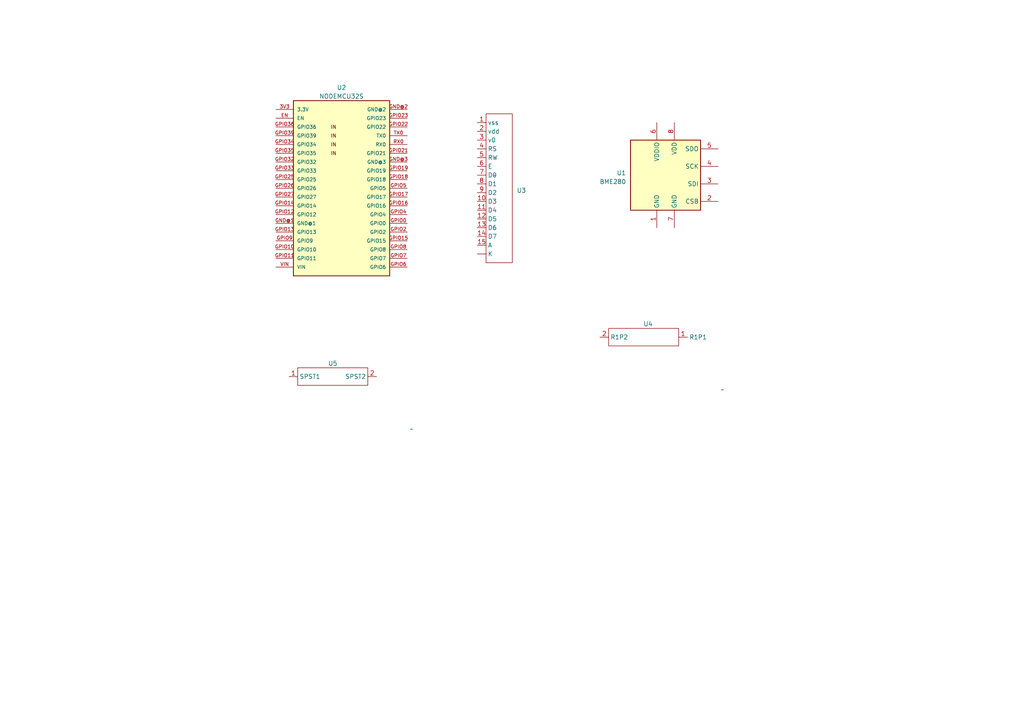
<source format=kicad_sch>
(kicad_sch (version 20230121) (generator eeschema)
  (paper "A4")
  (title_block (title "Mobile Altimeter"))
  (lib_symbols
    (symbol "NODEMCU32S:NODEMCU32S" (pin_names (offset 1.016))
      (property "Reference" "U" (at -12.7 22.86 0))
      (property "Value" "NODEMCU32S" (at -12.7 -30.48 0))
      (symbol "NODEMCU32S_0_0"
        (rectangle (start -12.7 -27.94) (end 15.24 22.86) (stroke (width 0.254)) (fill (type background)))
        (text "IN" (at -1.905 7.62 0) (effects (font (size 1.016 1.016)) (justify left)))
        (text "IN" (at -1.905 10.16 0) (effects (font (size 1.016 1.016)) (justify left)))
        (text "IN" (at -1.905 12.7 0) (effects (font (size 1.016 1.016)) (justify left)))
        (text "IN" (at -1.905 15.24 0) (effects (font (size 1.016 1.016)) (justify left)))
        (pin bidirectional line (at -17.78 20.32 0) (length 5.08) (name "3.3V") (number "3V3"))
        (pin bidirectional line (at -17.78 17.78 0) (length 5.08) (name "EN") (number "EN"))
        (pin bidirectional line (at -17.78 -12.7 0) (length 5.08) (name "GND@1") (number "GND@1"))
        (pin bidirectional line (at 20.32 20.32 180) (length 5.08) (name "GND@2") (number "GND@2"))
        (pin bidirectional line (at 20.32 5.08 180) (length 5.08) (name "GND@3") (number "GND@3"))
        (pin bidirectional line (at 20.32 -12.7 180) (length 5.08) (name "GPIO0") (number "GPIO0"))
        (pin bidirectional line (at -17.78 -20.32 0) (length 5.08) (name "GPIO10") (number "GPIO10"))
        (pin bidirectional line (at -17.78 -22.86 0) (length 5.08) (name "GPIO11") (number "GPIO11"))
        (pin bidirectional line (at -17.78 -10.16 0) (length 5.08) (name "GPIO12") (number "GPIO12"))
        (pin bidirectional line (at -17.78 -15.24 0) (length 5.08) (name "GPIO13") (number "GPIO13"))
        (pin bidirectional line (at -17.78 -7.62 0) (length 5.08) (name "GPIO14") (number "GPIO14"))
        (pin bidirectional line (at 20.32 -17.78 180) (length 5.08) (name "GPIO15") (number "GPIO15"))
        (pin bidirectional line (at 20.32 -7.62 180) (length 5.08) (name "GPIO16") (number "GPIO16"))
        (pin bidirectional line (at 20.32 -5.08 180) (length 5.08) (name "GPIO17") (number "GPIO17"))
        (pin bidirectional line (at 20.32 0 180) (length 5.08) (name "GPIO18") (number "GPIO18"))
        (pin bidirectional line (at 20.32 2.54 180) (length 5.08) (name "GPIO19") (number "GPIO19"))
        (pin bidirectional line (at 20.32 -15.24 180) (length 5.08) (name "GPIO2") (number "GPIO2"))
        (pin bidirectional line (at 20.32 7.62 180) (length 5.08) (name "GPIO21") (number "GPIO21"))
        (pin bidirectional line (at 20.32 15.24 180) (length 5.08) (name "GPIO22") (number "GPIO22"))
        (pin bidirectional line (at 20.32 17.78 180) (length 5.08) (name "GPIO23") (number "GPIO23"))
        (pin bidirectional line (at -17.78 0 0) (length 5.08) (name "GPIO25") (number "GPIO25"))
        (pin bidirectional line (at -17.78 -2.54 0) (length 5.08) (name "GPIO26") (number "GPIO26"))
        (pin bidirectional line (at -17.78 -5.08 0) (length 5.08) (name "GPIO27") (number "GPIO27"))
        (pin bidirectional line (at -17.78 5.08 0) (length 5.08) (name "GPIO32") (number "GPIO32"))
        (pin bidirectional line (at -17.78 2.54 0) (length 5.08) (name "GPIO33") (number "GPIO33"))
        (pin input line (at -17.78 10.16 0) (length 5.08) (name "GPIO34") (number "GPIO34"))
        (pin input line (at -17.78 7.62 0) (length 5.08) (name "GPIO35") (number "GPIO35"))
        (pin input line (at -17.78 15.24 0) (length 5.08) (name "GPIO36") (number "GPIO36"))
        (pin input line (at -17.78 12.7 0) (length 5.08) (name "GPIO39") (number "GPIO39"))
        (pin bidirectional line (at 20.32 -10.16 180) (length 5.08) (name "GPIO4") (number "GPIO4"))
        (pin bidirectional line (at 20.32 -2.54 180) (length 5.08) (name "GPIO5") (number "GPIO5"))
        (pin bidirectional line (at 20.32 -25.4 180) (length 5.08) (name "GPIO6") (number "GPIO6"))
        (pin bidirectional line (at 20.32 -22.86 180) (length 5.08) (name "GPIO7") (number "GPIO7"))
        (pin bidirectional line (at 20.32 -20.32 180) (length 5.08) (name "GPIO8") (number "GPIO8"))
        (pin bidirectional line (at -17.78 -17.78 0) (length 5.08) (name "GPIO9") (number "GPIO9"))
        (pin bidirectional line (at 20.32 10.16 180) (length 5.08) (name "RX0") (number "RX0"))
        (pin bidirectional line (at 20.32 12.7 180) (length 5.08) (name "TX0") (number "TX0"))
        (pin bidirectional line (at -17.78 -25.4 0) (length 5.08) (name "VIN") (number "VIN"))
      )
    )
    (symbol "New_Library:1602_LCD"
      (property "Reference" "U" (at 0 11.43 0))
      (symbol "1602_LCD_1_1"
        (rectangle (start -2.54 17.78) (end 5.08 -25.4))
        (pin input line (at -5.08 -22.86 0) (length 2.54) (name "K") (number ""))
        (pin input line (at -5.08 15.24 0) (length 2.54) (name "vss") (number "1"))
        (pin input line (at -5.08 -7.62 0) (length 2.54) (name "D3") (number "10"))
        (pin input line (at -5.08 -10.16 0) (length 2.54) (name "D4") (number "11"))
        (pin input line (at -5.08 -12.7 0) (length 2.54) (name "D5") (number "12"))
        (pin input line (at -5.08 -15.24 0) (length 2.54) (name "D6") (number "13"))
        (pin input line (at -5.08 -17.78 0) (length 2.54) (name "D7") (number "14"))
        (pin input line (at -5.08 -20.32 0) (length 2.54) (name "A") (number "15"))
        (pin input line (at -5.08 12.7 0) (length 2.54) (name "vdd") (number "2"))
        (pin input line (at -5.08 10.16 0) (length 2.54) (name "v0") (number "3"))
        (pin input line (at -5.08 7.62 0) (length 2.54) (name "RS") (number "4"))
        (pin input line (at -5.08 5.08 0) (length 2.54) (name "RW") (number "5"))
        (pin input line (at -5.08 2.54 0) (length 2.54) (name "E") (number "6"))
        (pin input line (at -5.08 0 0) (length 2.54) (name "D0") (number "7"))
        (pin input line (at -5.08 -2.54 0) (length 2.54) (name "D1") (number "8"))
        (pin input line (at -5.08 -5.08 0) (length 2.54) (name "D2") (number "9"))
      )
    )
    (symbol "New_Library:pushbutton_1"
      (property "Reference" "U" (at 0 11.43 0))
      (symbol "pushbutton_1_1_1"
        (rectangle (start -33.02 17.78) (end -12.7 12.7))
        (pin passive line (at -35.56 15.24 0) (length 2.54) (name "SPST1") (number "1"))
        (pin passive line (at -10.16 15.24 180) (length 2.54) (name "SPST2") (number "2"))
      )
    )
    (symbol "New_Library:resistor_1"
      (property "Reference" "U" (at 0 11.43 0))
      (symbol "resistor_1_1_1"
        (rectangle (start -33.02 17.78) (end -12.7 12.7))
        (pin input line (at -12.7 15.24 0) (length 2.54) (name "R1P1") (number "1"))
        (pin input line (at -35.56 15.24 0) (length 2.54) (name "R1P2") (number "2"))
      )
    )
    (symbol "Sensor:BME280"
      (property "Reference" "U" (at -8.89 11.43 0))
      (property "Value" "BME280" (at 7.62 11.43 0))
      (symbol "BME280_0_1"
        (rectangle (start -10.16 10.16) (end 10.16 -10.16) (stroke (width 0.254)) (fill (type background)))
      )
      (symbol "BME280_1_1"
        (pin power_in line (at -2.54 -15.24 90) (length 5.08) (name "GND") (number "1"))
        (pin input line (at 15.24 -7.62 180) (length 5.08) (name "CSB") (number "2"))
        (pin bidirectional line (at 15.24 -2.54 180) (length 5.08) (name "SDI") (number "3"))
        (pin input line (at 15.24 2.54 180) (length 5.08) (name "SCK") (number "4"))
        (pin bidirectional line (at 15.24 7.62 180) (length 5.08) (name "SDO") (number "5"))
        (pin power_in line (at -2.54 15.24 270) (length 5.08) (name "VDDIO") (number "6"))
        (pin power_in line (at 2.54 -15.24 90) (length 5.08) (name "GND") (number "7"))
        (pin power_in line (at 2.54 15.24 270) (length 5.08) (name "VDD") (number "8"))
      )
    )
  )
  (symbol (lib_id "New_Library:pushbutton_1") (at 119.38 124.46 0) (unit 1)
    (property "Reference" "U5" (at 96.52 105.41 0))
    (property "Value" "~" (at 119.38 124.46 0))
    (property "Footprint" "Resistor_THT:R_Axial_DIN0207_L6.3mm_D2.5mm_P10.16mm_Horizontal" (effects hide))
  )
  (symbol (lib_id "Sensor:BME280") (at 193.04 50.8 0) (unit 1)
    (property "Reference" "U1" (at 181.61 50.165 0) (effects (justify right)))
    (property "Value" "BME280" (at 181.61 52.705 0) (effects (justify right)))
    (property "Footprint" "Package_LGA:Bosch_LGA-8_2.5x2.5mm_P0.65mm_ClockwisePinNumbering" (effects hide))
    (property "Datasheet" "https://www.bosch-sensortec.com/media/boschsensortec/downloads/datasheets/bst-bme280-ds002.pdf" (effects hide))
  )
  (symbol (lib_id "New_Library:resistor_1") (at 209.55 113.03 0) (unit 1)
    (property "Reference" "U4" (at 187.96 93.98 0))
    (property "Value" "~" (at 209.55 113.03 0))
    (property "Footprint" "Resistor_THT:R_Axial_DIN0207_L6.3mm_D2.5mm_P10.16mm_Horizontal" (effects hide))
  )
  (symbol (lib_id "New_Library:1602_LCD") (at 143.51 50.8 0) (unit 1)
    (property "Reference" "U3" (at 149.86 55.245 0) (effects (justify left)))
    (property "Value" "~" (at 143.51 50.8 0))
    (property "Footprint" "CustomComponents:1602 LCD Display" (effects hide))
  )
  (symbol (lib_id "NODEMCU32S:NODEMCU32S") (at 97.79 52.07 0) (unit 1)
    (property "Reference" "U2" (at 99.06 25.4 0))
    (property "Value" "NODEMCU32S" (at 99.06 27.94 0))
    (property "Footprint" "NODEMCU32S" (effects hide))
  )
)
</source>
